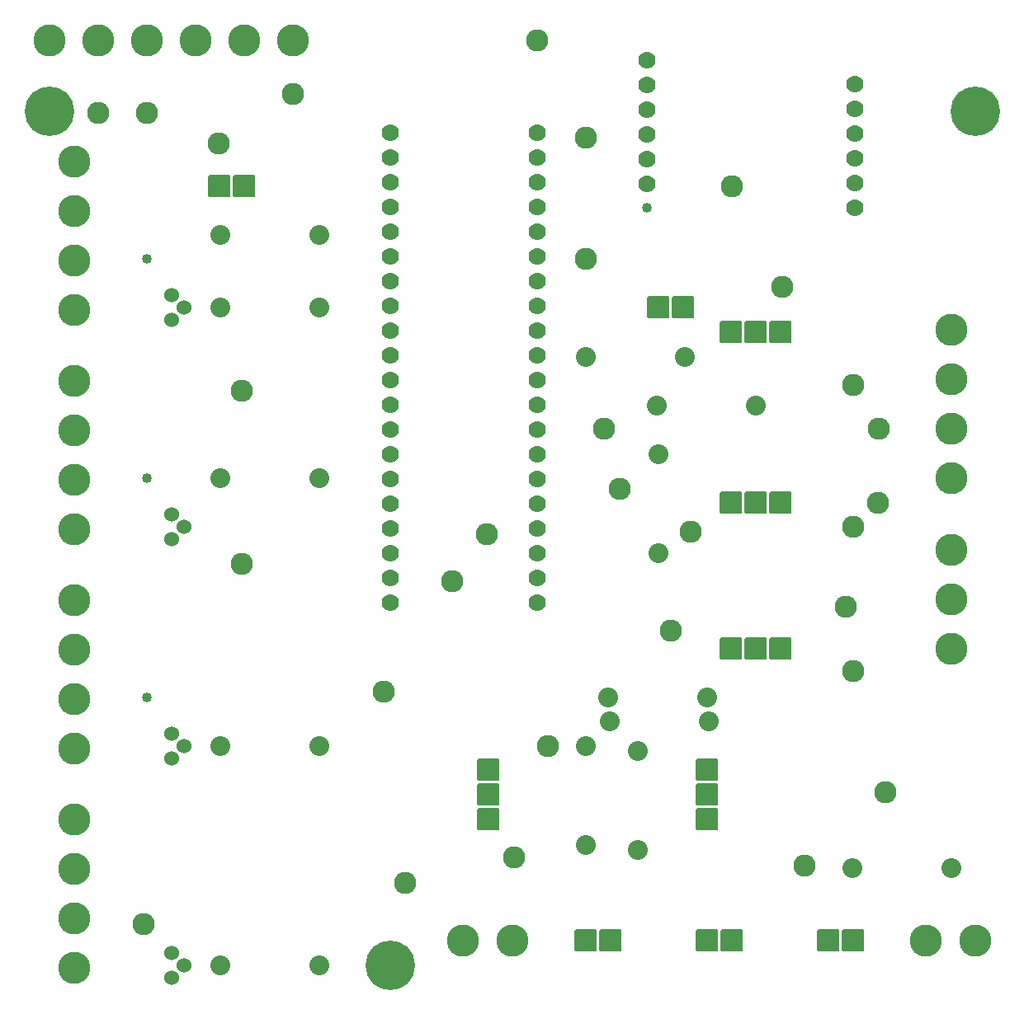
<source format=gbr>
G04 PROTEUS GERBER X2 FILE*
%TF.GenerationSoftware,Labcenter,Proteus,8.13-SP0-Build31525*%
%TF.CreationDate,2023-11-13T13:03:38+00:00*%
%TF.FileFunction,Soldermask,Bot*%
%TF.FilePolarity,Negative*%
%TF.Part,Single*%
%TF.SameCoordinates,{d9887baf-ebf7-4e26-a593-32e53c83881c}*%
%FSLAX45Y45*%
%MOMM*%
G01*
%TA.AperFunction,Material*%
%ADD22C,1.016000*%
%ADD23C,2.286000*%
%TA.AperFunction,Material*%
%ADD24C,1.778000*%
%TA.AperFunction,Material*%
%ADD25C,3.302000*%
%TA.AperFunction,Material*%
%ADD26C,1.524000*%
%TA.AperFunction,Material*%
%ADD27C,2.032000*%
%AMPPAD020*
4,1,36,
-1.016000,1.143000,
1.016000,1.143000,
1.041970,1.140470,
1.065980,1.133200,
1.087580,1.121650,
1.106290,1.106290,
1.121650,1.087570,
1.133200,1.065980,
1.140470,1.041970,
1.143000,1.016000,
1.143000,-1.016000,
1.140470,-1.041970,
1.133200,-1.065980,
1.121650,-1.087570,
1.106290,-1.106290,
1.087580,-1.121650,
1.065980,-1.133200,
1.041970,-1.140470,
1.016000,-1.143000,
-1.016000,-1.143000,
-1.041970,-1.140470,
-1.065980,-1.133200,
-1.087580,-1.121650,
-1.106290,-1.106290,
-1.121650,-1.087570,
-1.133200,-1.065980,
-1.140470,-1.041970,
-1.143000,-1.016000,
-1.143000,1.016000,
-1.140470,1.041970,
-1.133200,1.065980,
-1.121650,1.087570,
-1.106290,1.106290,
-1.087580,1.121650,
-1.065980,1.133200,
-1.041970,1.140470,
-1.016000,1.143000,
0*%
%TA.AperFunction,Material*%
%ADD28PPAD020*%
%AMPPAD021*
4,1,36,
-1.143000,-1.016000,
-1.143000,1.016000,
-1.140470,1.041970,
-1.133200,1.065980,
-1.121650,1.087580,
-1.106290,1.106290,
-1.087570,1.121650,
-1.065980,1.133200,
-1.041970,1.140470,
-1.016000,1.143000,
1.016000,1.143000,
1.041970,1.140470,
1.065980,1.133200,
1.087570,1.121650,
1.106290,1.106290,
1.121650,1.087580,
1.133200,1.065980,
1.140470,1.041970,
1.143000,1.016000,
1.143000,-1.016000,
1.140470,-1.041970,
1.133200,-1.065980,
1.121650,-1.087580,
1.106290,-1.106290,
1.087570,-1.121650,
1.065980,-1.133200,
1.041970,-1.140470,
1.016000,-1.143000,
-1.016000,-1.143000,
-1.041970,-1.140470,
-1.065980,-1.133200,
-1.087570,-1.121650,
-1.106290,-1.106290,
-1.121650,-1.087580,
-1.133200,-1.065980,
-1.140470,-1.041970,
-1.143000,-1.016000,
0*%
%ADD29PPAD021*%
%TA.AperFunction,Material*%
%ADD72C,5.080000*%
%TD.AperFunction*%
D22*
X-3366000Y+7758000D03*
X-8496000Y+7230000D03*
X-8496000Y+4980000D03*
X-8496000Y+2730000D03*
X-5844405Y+792220D03*
X-4408500Y+2204412D03*
X-996000Y+5480000D03*
D23*
X-6995621Y+8926192D03*
X-7759282Y+8419852D03*
X-8496000Y+8730000D03*
X-8996000Y+8730000D03*
X-7523235Y+5880235D03*
X-4496000Y+9480000D03*
X-3996000Y+8480000D03*
X-3996000Y+7230000D03*
X-2496000Y+7980000D03*
X-1251638Y+5934430D03*
X-988000Y+5488000D03*
X-3810853Y+5491470D03*
X-7523235Y+4102603D03*
X-6064086Y+2787568D03*
X-5365856Y+3921204D03*
X-5006148Y+4408235D03*
X-4726000Y+1083824D03*
X-5844405Y+820405D03*
X-4382912Y+2230000D03*
X-8534334Y+400625D03*
X-920197Y+1758745D03*
X-1246000Y+4480000D03*
X-1326883Y+3661177D03*
X-2914383Y+4426911D03*
X-3642765Y+4875147D03*
X-1977771Y+6948599D03*
X-996000Y+4730000D03*
X-3119824Y+3418383D03*
X-1750000Y+1000000D03*
X-1250000Y+3000000D03*
D24*
X-3366000Y+9278000D03*
X-3366000Y+9024000D03*
X-3366000Y+8770000D03*
X-3366000Y+8516000D03*
X-3366000Y+8262000D03*
X-3366000Y+8008000D03*
X-5996000Y+3706000D03*
X-5996000Y+3960000D03*
X-5996000Y+4214000D03*
X-5996000Y+4468000D03*
X-5996000Y+4722000D03*
X-5996000Y+4976000D03*
X-5996000Y+5230000D03*
X-5996000Y+5484000D03*
X-5996000Y+5738000D03*
X-5996000Y+5992000D03*
X-5996000Y+6246000D03*
X-5996000Y+6500000D03*
X-5996000Y+6754000D03*
X-5996000Y+7008000D03*
X-5996000Y+7262000D03*
X-5996000Y+7516000D03*
X-5996000Y+7770000D03*
X-5996000Y+8024000D03*
X-5996000Y+8278000D03*
X-5996000Y+8532000D03*
X-4496000Y+3706000D03*
X-4496000Y+3960000D03*
X-4496000Y+4214000D03*
X-4496000Y+4468000D03*
X-4496000Y+4722000D03*
X-4496000Y+4976000D03*
X-4496000Y+5230000D03*
X-4496000Y+5484000D03*
X-4496000Y+5738000D03*
X-4496000Y+5992000D03*
X-4496000Y+6246000D03*
X-4496000Y+6500000D03*
X-4496000Y+6754000D03*
X-4496000Y+7008000D03*
X-4496000Y+7262000D03*
X-4496000Y+7516000D03*
X-4496000Y+7770000D03*
X-4496000Y+8024000D03*
X-4496000Y+8278000D03*
X-4496000Y+8532000D03*
X-1230000Y+9032000D03*
X-1230000Y+8778000D03*
X-1230000Y+8524000D03*
X-1230000Y+8270000D03*
X-1230000Y+8016000D03*
X-1230000Y+7762000D03*
D25*
X-9246000Y+8230000D03*
X-9246000Y+7722000D03*
X-9246000Y+7214000D03*
X-9246000Y+6706000D03*
X-6996000Y+9480000D03*
X-7496380Y+9480000D03*
X-7996760Y+9480000D03*
X-8497140Y+9480000D03*
X-8994980Y+9480000D03*
X-9495360Y+9480000D03*
D26*
X-8246000Y+6603000D03*
X-8119000Y+6730000D03*
X-8246000Y+6857000D03*
D27*
X-7746000Y+6730000D03*
X-6730000Y+6730000D03*
D25*
X-9246000Y+5980000D03*
X-9246000Y+5472000D03*
X-9246000Y+4964000D03*
X-9246000Y+4456000D03*
D27*
X-7746000Y+4980000D03*
X-6730000Y+4980000D03*
D26*
X-8246000Y+4353000D03*
X-8119000Y+4480000D03*
X-8246000Y+4607000D03*
D25*
X+4000Y+230000D03*
X-504000Y+230000D03*
D28*
X-2500000Y+6480000D03*
X-2246000Y+6480000D03*
X-1992000Y+6480000D03*
X-2500000Y+4730000D03*
X-2246000Y+4730000D03*
X-1992000Y+4730000D03*
X-2500000Y+3230000D03*
X-2246000Y+3230000D03*
X-1992000Y+3230000D03*
D29*
X-4996000Y+1476000D03*
X-4996000Y+1730000D03*
X-4996000Y+1984000D03*
X-2746000Y+1476000D03*
X-2746000Y+1730000D03*
X-2746000Y+1984000D03*
D28*
X-1500000Y+230000D03*
X-1246000Y+230000D03*
X-2746000Y+230000D03*
X-2492000Y+230000D03*
D27*
X-3458890Y+2180464D03*
X-3458890Y+1164464D03*
X-246000Y+980000D03*
X-1262000Y+980000D03*
D25*
X-9246000Y+3730000D03*
X-9246000Y+3222000D03*
X-9246000Y+2714000D03*
X-9246000Y+2206000D03*
D26*
X-8246000Y+2103000D03*
X-8119000Y+2230000D03*
X-8246000Y+2357000D03*
D27*
X-7746000Y+2230000D03*
X-6730000Y+2230000D03*
D25*
X-9246000Y+1480000D03*
X-9246000Y+972000D03*
X-9246000Y+464000D03*
X-9246000Y-44000D03*
D26*
X-8246000Y-147000D03*
X-8119000Y-20000D03*
X-8246000Y+107000D03*
D27*
X-7746000Y-20000D03*
X-6730000Y-20000D03*
X-2246000Y+5730000D03*
X-3262000Y+5730000D03*
X-3246000Y+5230000D03*
X-3246000Y+4214000D03*
X-2746000Y+2730000D03*
X-3762000Y+2730000D03*
X-3746000Y+2480000D03*
X-2730000Y+2480000D03*
D25*
X-4746000Y+230000D03*
X-5254000Y+230000D03*
X-246000Y+4980000D03*
X-246000Y+5488000D03*
X-246000Y+5996000D03*
X-246000Y+6504000D03*
X-246000Y+3230000D03*
X-246000Y+3738000D03*
X-246000Y+4246000D03*
D28*
X-3996000Y+230000D03*
X-3742000Y+230000D03*
D27*
X-3996000Y+2230000D03*
X-3996000Y+1214000D03*
D72*
X+0Y+8750000D03*
X-5996000Y-20000D03*
D28*
X-7496000Y+7980000D03*
X-7750000Y+7980000D03*
X-2996000Y+6730000D03*
X-3250000Y+6730000D03*
D27*
X-3996000Y+6230000D03*
X-2980000Y+6230000D03*
X-7746000Y+7480000D03*
X-6730000Y+7480000D03*
D72*
X-9500000Y+8750000D03*
M02*

</source>
